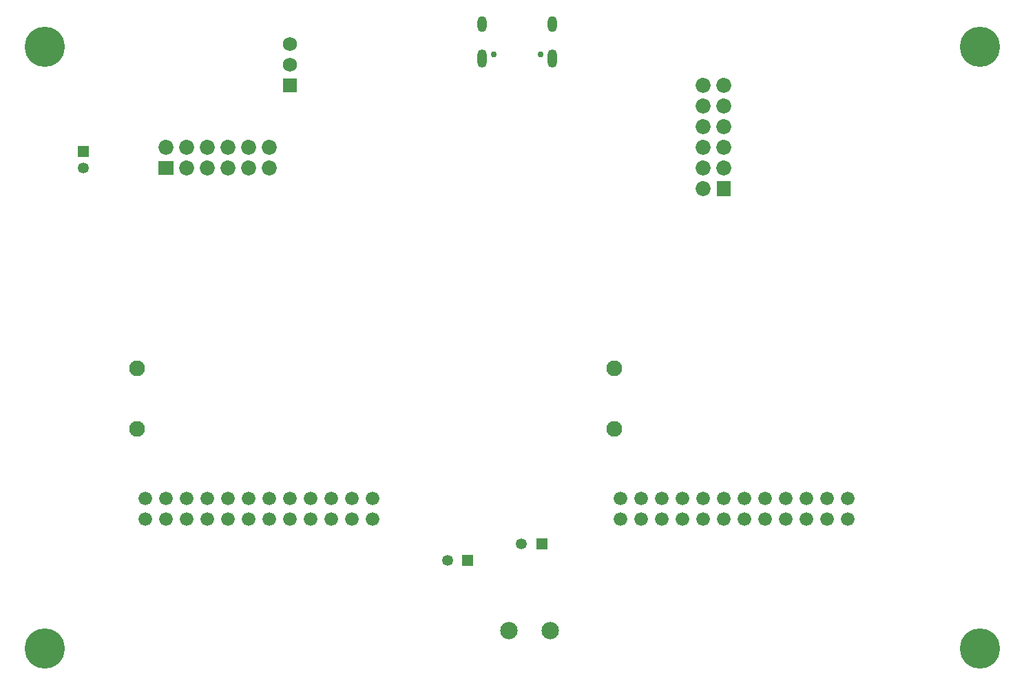
<source format=gbr>
%TF.GenerationSoftware,Altium Limited,Altium Designer,24.8.2 (39)*%
G04 Layer_Color=16711935*
%FSLAX45Y45*%
%MOMM*%
%TF.SameCoordinates,55E81912-07CE-4C71-A4AC-877ABC84EAD1*%
%TF.FilePolarity,Negative*%
%TF.FileFunction,Soldermask,Bot*%
%TF.Part,Single*%
G01*
G75*
%TA.AperFunction,ViaPad*%
%ADD139C,4.95000*%
%TA.AperFunction,ComponentPad*%
%ADD140C,1.35000*%
%ADD141R,1.35000X1.35000*%
%ADD142R,1.35000X1.35000*%
%ADD143C,1.95000*%
%TA.AperFunction,TestPad*%
%ADD144O,1.15000X2.25000*%
%ADD145C,0.75000*%
%ADD146O,1.15000X1.95000*%
%TA.AperFunction,ComponentPad*%
%ADD147R,1.75000X1.75000*%
%ADD148C,1.75000*%
%ADD149C,2.15000*%
%ADD150C,1.67400*%
%ADD151R,1.85000X1.75000*%
%ADD152C,1.85000*%
%ADD153R,1.75000X1.85000*%
D139*
X12000000Y7900000D02*
D03*
Y500000D02*
D03*
X500000D02*
D03*
Y7900000D02*
D03*
D140*
X5454400Y1588000D02*
D03*
X980000Y6414000D02*
D03*
X6364800Y1791200D02*
D03*
D141*
X5704400Y1588000D02*
D03*
X6614800Y1791200D02*
D03*
D142*
X980000Y6614000D02*
D03*
D143*
X1640400Y3200189D02*
D03*
Y3950200D02*
D03*
X7507800Y3200189D02*
D03*
Y3950200D02*
D03*
D144*
X5882000Y7757750D02*
D03*
X6746000D02*
D03*
D145*
X6025000Y7807750D02*
D03*
X6603000D02*
D03*
D146*
X5882000Y8175750D02*
D03*
X6746000D02*
D03*
D147*
X3520000Y7430000D02*
D03*
D148*
Y7684000D02*
D03*
Y7938000D02*
D03*
D149*
X6212400Y724400D02*
D03*
X6720400D02*
D03*
D150*
X1742000Y2096000D02*
D03*
X2250000D02*
D03*
X2504000D02*
D03*
X2758000D02*
D03*
X1996000D02*
D03*
X1742000Y2350000D02*
D03*
X1996000D02*
D03*
X2758000D02*
D03*
X2504000D02*
D03*
X2250000D02*
D03*
X3266000Y2096000D02*
D03*
X3012000D02*
D03*
X4028000D02*
D03*
X3520000D02*
D03*
X3774000D02*
D03*
X4536000D02*
D03*
X4282000D02*
D03*
X3012000Y2350000D02*
D03*
X3520000D02*
D03*
X3266000D02*
D03*
X3774000D02*
D03*
X4536000D02*
D03*
X4028000D02*
D03*
X4282000D02*
D03*
X7584000Y2096000D02*
D03*
X8092000D02*
D03*
X8346000D02*
D03*
X8600000D02*
D03*
X7838000D02*
D03*
X7584000Y2350000D02*
D03*
X7838000D02*
D03*
X8600000D02*
D03*
X8346000D02*
D03*
X8092000D02*
D03*
X9108000Y2096000D02*
D03*
X8854000D02*
D03*
X9870000D02*
D03*
X9362000D02*
D03*
X9616000D02*
D03*
X10378000D02*
D03*
X10124000D02*
D03*
X8854000Y2350000D02*
D03*
X9362000D02*
D03*
X9108000D02*
D03*
X9616000D02*
D03*
X10378000D02*
D03*
X9870000D02*
D03*
X10124000D02*
D03*
D151*
X1996000Y6414000D02*
D03*
D152*
Y6668000D02*
D03*
X2250000D02*
D03*
Y6414000D02*
D03*
X2504000D02*
D03*
X3012000D02*
D03*
X2758000D02*
D03*
X3266000D02*
D03*
X2504000Y6668000D02*
D03*
X2758000D02*
D03*
X3266000D02*
D03*
X3012000D02*
D03*
X8600000Y6160000D02*
D03*
Y7430000D02*
D03*
Y7176000D02*
D03*
Y6922000D02*
D03*
Y6414000D02*
D03*
Y6668000D02*
D03*
X8854000Y6414000D02*
D03*
Y6922000D02*
D03*
Y6668000D02*
D03*
Y7430000D02*
D03*
Y7176000D02*
D03*
D153*
Y6160000D02*
D03*
%TF.MD5,0cf4d3e4eeac17c832564e8693083474*%
M02*

</source>
